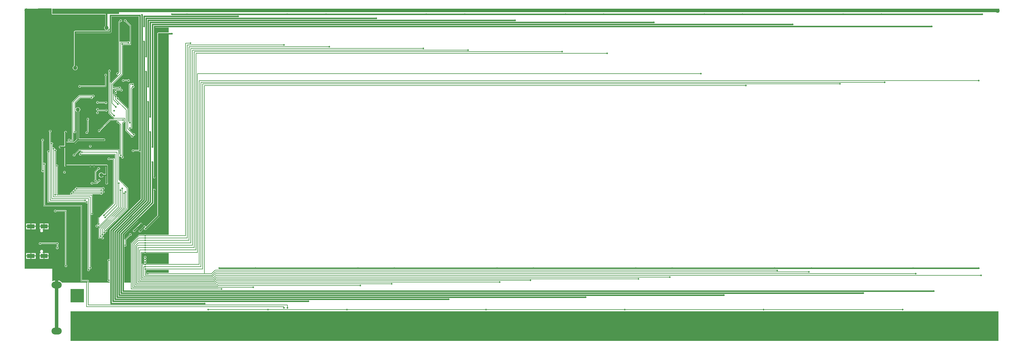
<source format=gbl>
G04*
G04 #@! TF.GenerationSoftware,Altium Limited,Altium Designer,18.1.7 (191)*
G04*
G04 Layer_Physical_Order=2*
G04 Layer_Color=16711680*
%FSLAX44Y44*%
%MOMM*%
G71*
G01*
G75*
%ADD10C,0.2000*%
%ADD93C,0.4000*%
%ADD94C,0.5000*%
%ADD96C,1.0000*%
%ADD131R,4.0000X4.0000*%
%ADD132O,3.0000X2.0000*%
%ADD133R,2.0000X1.2000*%
%ADD134R,2.3000X1.2000*%
%ADD135C,0.5080*%
%ADD136C,0.4800*%
%ADD137C,1.2000*%
%ADD138C,1.2700*%
%ADD139R,19.5000X0.9000*%
%ADD140R,276.3000X1.1000*%
%ADD141R,270.7000X8.6000*%
G36*
X408918Y1178918D02*
Y1168507D01*
X408797Y1168327D01*
X408534Y1167000D01*
X408797Y1165673D01*
X408918Y1165493D01*
Y1164000D01*
X409235Y1163235D01*
X410000Y1162918D01*
X565431D01*
Y1130085D01*
X564007Y1128992D01*
X562886Y1127530D01*
X562180Y1125827D01*
X561940Y1124000D01*
X562180Y1122173D01*
X562886Y1120470D01*
X564007Y1119007D01*
X565470Y1117886D01*
X567173Y1117180D01*
X569000Y1116940D01*
X570827Y1117180D01*
X572530Y1117886D01*
X573992Y1119007D01*
X575114Y1120470D01*
X575671Y1121814D01*
X576941Y1121561D01*
Y1115059D01*
X477000D01*
X475830Y1114826D01*
X474837Y1114163D01*
X474174Y1113170D01*
X473941Y1112000D01*
Y1013310D01*
X473470Y1013114D01*
X472008Y1011992D01*
X470886Y1010530D01*
X470180Y1008827D01*
X469940Y1007000D01*
X470180Y1005173D01*
X470886Y1003470D01*
X472008Y1002008D01*
X473470Y1000885D01*
X475173Y1000180D01*
X477000Y999940D01*
X478827Y1000180D01*
X480530Y1000885D01*
X481992Y1002008D01*
X483115Y1003470D01*
X483820Y1005173D01*
X484060Y1007000D01*
X483820Y1008827D01*
X483115Y1010530D01*
X481992Y1011992D01*
X480530Y1013114D01*
X480059Y1013310D01*
Y1108941D01*
X580000D01*
X581171Y1109174D01*
X582163Y1109837D01*
X582826Y1110829D01*
X583059Y1112000D01*
Y1156941D01*
X662941D01*
X662941Y767039D01*
X648895D01*
X648552Y767552D01*
X647381Y768335D01*
X646000Y768609D01*
X644619Y768335D01*
X643448Y767552D01*
X642665Y766381D01*
X642391Y765000D01*
X642665Y763619D01*
X643448Y762448D01*
X644619Y761665D01*
X646000Y761391D01*
X647381Y761665D01*
X648552Y762448D01*
X648895Y762961D01*
X663105D01*
X663448Y762448D01*
X664619Y761665D01*
X666000Y761391D01*
X667381Y761665D01*
X667671Y761859D01*
X668941Y761180D01*
Y624267D01*
X578837Y534163D01*
X578174Y533171D01*
X577941Y532000D01*
X577941Y532000D01*
Y448651D01*
X576671Y447972D01*
X576327Y448203D01*
X575000Y448467D01*
X573673Y448203D01*
X572549Y447451D01*
X571797Y446327D01*
X571533Y445000D01*
X571797Y443673D01*
X572549Y442549D01*
X572961Y442273D01*
Y388727D01*
X572549Y388451D01*
X571797Y387327D01*
X571533Y386000D01*
X571797Y384673D01*
X572549Y383549D01*
X573673Y382797D01*
X575000Y382533D01*
X576327Y382797D01*
X576671Y383028D01*
X577941Y382349D01*
Y380000D01*
X517039D01*
Y385000D01*
X516884Y385780D01*
X516442Y386442D01*
X515780Y386884D01*
X515000Y387039D01*
X497039D01*
Y604000D01*
X496884Y604780D01*
X496442Y605442D01*
X495780Y605884D01*
X495000Y606039D01*
X389039D01*
Y723105D01*
X389552Y723448D01*
X390335Y724619D01*
X390609Y726000D01*
X390335Y727381D01*
X389552Y728552D01*
X388381Y729335D01*
X387000Y729609D01*
X385619Y729335D01*
X385309Y729128D01*
X384039Y729807D01*
Y793105D01*
X384552Y793448D01*
X385335Y794619D01*
X385609Y796000D01*
X385335Y797381D01*
X384552Y798552D01*
X383381Y799335D01*
X382000Y799609D01*
X380619Y799335D01*
X379448Y798552D01*
X378665Y797381D01*
X378391Y796000D01*
X378665Y794619D01*
X379448Y793448D01*
X379961Y793105D01*
Y708895D01*
X379448Y708552D01*
X378665Y707381D01*
X378391Y706000D01*
X378665Y704619D01*
X379448Y703448D01*
X380619Y702665D01*
X382000Y702391D01*
X383381Y702665D01*
X383691Y702872D01*
X384961Y702193D01*
Y604000D01*
X385116Y603220D01*
X385558Y602558D01*
X386220Y602116D01*
X387000Y601961D01*
X492961D01*
Y385000D01*
X493116Y384220D01*
X493558Y383558D01*
X494220Y383116D01*
X495000Y382961D01*
X512961D01*
Y380000D01*
X438435D01*
X436944Y381944D01*
X434324Y383954D01*
X431274Y385217D01*
X428000Y385648D01*
X424270D01*
Y373000D01*
X421730D01*
Y385648D01*
X418000D01*
X414726Y385217D01*
X411676Y383954D01*
X411139Y383542D01*
X410000Y384103D01*
X410000Y420000D01*
X330000Y420000D01*
Y1180000D01*
X407724Y1180185D01*
X408918Y1178918D01*
D02*
G37*
G36*
X750000Y1110059D02*
X720000D01*
X718829Y1109826D01*
X717837Y1109163D01*
X717174Y1108170D01*
X716941Y1107000D01*
X716941Y576267D01*
X683665Y542991D01*
X683648Y542991D01*
X682369Y543491D01*
X682203Y544327D01*
X681451Y545451D01*
X680327Y546203D01*
X679000Y546467D01*
X677673Y546203D01*
X676549Y545451D01*
X675797Y544327D01*
X675747Y544072D01*
X664928Y533253D01*
X664673Y533203D01*
X663549Y532451D01*
X662797Y531327D01*
X662533Y530000D01*
X662797Y528673D01*
X663549Y527549D01*
X664673Y526797D01*
X666000Y526533D01*
X667327Y526797D01*
X668451Y527549D01*
X669203Y528673D01*
X669253Y528927D01*
X677335Y537009D01*
X677352Y537009D01*
X678631Y536509D01*
X678797Y535673D01*
X679549Y534549D01*
X680673Y533797D01*
X682000Y533533D01*
X683327Y533797D01*
X684451Y534549D01*
X685203Y535673D01*
X685253Y535928D01*
X722163Y572837D01*
X722163Y572837D01*
X722826Y573829D01*
X723059Y575000D01*
X723059Y1103941D01*
X750000D01*
X750000Y519039D01*
X683727D01*
X683451Y519451D01*
X682327Y520203D01*
X681000Y520467D01*
X679673Y520203D01*
X678549Y519451D01*
X678273Y519039D01*
X663000D01*
X663000Y519039D01*
X662220Y518884D01*
X661558Y518442D01*
X661558Y518442D01*
X639558Y496442D01*
X639116Y495780D01*
X638961Y495000D01*
Y380000D01*
X620059D01*
Y485349D01*
X621329Y486028D01*
X621673Y485797D01*
X623000Y485533D01*
X624327Y485797D01*
X625451Y486549D01*
X626203Y487673D01*
X626467Y489000D01*
X626203Y490327D01*
X625451Y491451D01*
X625039Y491727D01*
Y504155D01*
X637395Y516511D01*
X638000Y516391D01*
X639381Y516665D01*
X640552Y517448D01*
X641335Y518619D01*
X641609Y520000D01*
X641335Y521381D01*
X640552Y522552D01*
X639381Y523335D01*
X638000Y523609D01*
X636619Y523335D01*
X635448Y522552D01*
X634665Y521381D01*
X634391Y520000D01*
X634511Y519395D01*
X621558Y506442D01*
X621329Y506099D01*
X620059Y506479D01*
Y518733D01*
X710163Y608837D01*
X710163Y608837D01*
X710826Y609830D01*
X711059Y611000D01*
X711059Y611000D01*
Y648458D01*
X711203Y648673D01*
X711467Y650000D01*
X711203Y651327D01*
X710451Y652451D01*
X709327Y653203D01*
X708000Y653467D01*
X706673Y653203D01*
X706329Y652972D01*
X705059Y653651D01*
X705059Y684349D01*
X706329Y685027D01*
X706673Y684797D01*
X708000Y684533D01*
X709327Y684797D01*
X710451Y685549D01*
X711203Y686673D01*
X711467Y688000D01*
X711203Y689327D01*
X711059Y689542D01*
Y1124941D01*
X750000D01*
Y1110059D01*
D02*
G37*
G36*
X750000Y435039D02*
X683727D01*
X683451Y435451D01*
X683021Y435739D01*
Y437261D01*
X683451Y437549D01*
X684203Y438673D01*
X684467Y440000D01*
X684203Y441327D01*
X683451Y442451D01*
X683021Y442739D01*
Y444261D01*
X683451Y444549D01*
X684203Y445673D01*
X684467Y447000D01*
X684203Y448327D01*
X683451Y449451D01*
X683021Y449739D01*
Y451261D01*
X683451Y451549D01*
X684203Y452673D01*
X684467Y454000D01*
X684203Y455327D01*
X683451Y456451D01*
X682327Y457203D01*
X681000Y457467D01*
X679673Y457203D01*
X678549Y456451D01*
X677797Y455327D01*
X677533Y454000D01*
X677797Y452673D01*
X678549Y451549D01*
X678979Y451261D01*
Y449739D01*
X678549Y449451D01*
X677797Y448327D01*
X677533Y447000D01*
X677797Y445673D01*
X678549Y444549D01*
X678979Y444261D01*
Y442739D01*
X678549Y442451D01*
X677797Y441327D01*
X677533Y440000D01*
X677797Y438673D01*
X678549Y437549D01*
X678979Y437261D01*
Y436017D01*
X677999Y435039D01*
X673000D01*
X672309Y434902D01*
X672181Y434908D01*
X671039Y435623D01*
Y465961D01*
X678273D01*
X678549Y465549D01*
X679673Y464797D01*
X681000Y464533D01*
X682327Y464797D01*
X683451Y465549D01*
X683727Y465961D01*
X750000D01*
Y435039D01*
D02*
G37*
G36*
Y408039D02*
X691727D01*
X691451Y408451D01*
X690327Y409203D01*
X689000Y409467D01*
X687673Y409203D01*
X686549Y408451D01*
X685797Y407327D01*
X685533Y406000D01*
X685797Y404673D01*
X686041Y404309D01*
X685362Y403039D01*
X684039D01*
Y416273D01*
X684451Y416549D01*
X684727Y416961D01*
X750000D01*
Y408039D01*
D02*
G37*
%LPC*%
G36*
X610000Y1148609D02*
X608619Y1148335D01*
X607448Y1147552D01*
X606665Y1146381D01*
X606391Y1145000D01*
X606511Y1144395D01*
X603558Y1141442D01*
X603116Y1140780D01*
X602961Y1140000D01*
X603060Y1139500D01*
X602961Y1139000D01*
Y994845D01*
X601605Y993489D01*
X601000Y993609D01*
X599619Y993335D01*
X598448Y992552D01*
X597665Y991381D01*
X597391Y990000D01*
X597665Y988619D01*
X598448Y987448D01*
X599619Y986665D01*
X600759Y986439D01*
X601141Y985730D01*
X601265Y985148D01*
X580309Y964193D01*
X579039Y964719D01*
Y995105D01*
X579552Y995448D01*
X580335Y996619D01*
X580609Y998000D01*
X580335Y999381D01*
X579552Y1000552D01*
X578381Y1001335D01*
X577000Y1001609D01*
X575619Y1001335D01*
X574448Y1000552D01*
X573665Y999381D01*
X573391Y998000D01*
X573665Y996619D01*
X574448Y995448D01*
X574961Y995105D01*
Y874000D01*
X575116Y873220D01*
X575558Y872558D01*
X589558Y858558D01*
X589558Y858558D01*
X589930Y858309D01*
X589619Y857039D01*
X579000D01*
X579000Y857039D01*
X578220Y856884D01*
X577558Y856442D01*
X577558Y856442D01*
X547605Y826489D01*
X547000Y826609D01*
X545619Y826335D01*
X544448Y825552D01*
X543665Y824381D01*
X543391Y823000D01*
X543665Y821619D01*
X544448Y820448D01*
X545619Y819665D01*
X547000Y819391D01*
X548381Y819665D01*
X549552Y820448D01*
X550335Y821619D01*
X550609Y823000D01*
X550489Y823605D01*
X579845Y852961D01*
X599270D01*
X599655Y851691D01*
X599448Y851552D01*
X598665Y850381D01*
X598391Y849000D01*
X598665Y847619D01*
X599448Y846448D01*
X600379Y845825D01*
X600558Y845558D01*
X601220Y845116D01*
X602000Y844961D01*
X602780Y845116D01*
X602912Y845204D01*
X607961Y840155D01*
Y754328D01*
X607309Y753825D01*
X606039Y754403D01*
Y767000D01*
X605884Y767780D01*
X605442Y768442D01*
X604780Y768884D01*
X604000Y769039D01*
X489000D01*
X489000Y769039D01*
X488220Y768884D01*
X487558Y768442D01*
X487558Y768442D01*
X474605Y755489D01*
X474000Y755609D01*
X472619Y755335D01*
X471448Y754552D01*
X470665Y753381D01*
X470391Y752000D01*
X470665Y750619D01*
X471448Y749448D01*
X472619Y748665D01*
X474000Y748391D01*
X475381Y748665D01*
X476552Y749448D01*
X477335Y750619D01*
X477609Y752000D01*
X477489Y752605D01*
X489845Y764961D01*
X494270D01*
X494655Y763691D01*
X494448Y763552D01*
X493665Y762381D01*
X493391Y761000D01*
X493665Y759619D01*
X493741Y759505D01*
X492937Y758423D01*
X492000Y758609D01*
X490619Y758335D01*
X489448Y757552D01*
X488665Y756381D01*
X488391Y755000D01*
X488665Y753619D01*
X489448Y752448D01*
X490619Y751665D01*
X492000Y751391D01*
X493381Y751665D01*
X494552Y752448D01*
X494895Y752961D01*
X591961D01*
Y742381D01*
X590691Y742069D01*
X590442Y742442D01*
X589780Y742884D01*
X589000Y743039D01*
X577895D01*
X577552Y743552D01*
X576381Y744335D01*
X575000Y744609D01*
X573619Y744335D01*
X572448Y743552D01*
X571665Y742381D01*
X571391Y741000D01*
X571665Y739619D01*
X572448Y738448D01*
X573619Y737665D01*
X575000Y737391D01*
X576381Y737665D01*
X577552Y738448D01*
X577895Y738961D01*
X586961D01*
Y612845D01*
X544558Y570442D01*
X544116Y569780D01*
X543961Y569000D01*
Y553727D01*
X543549Y553451D01*
X542797Y552327D01*
X542533Y551000D01*
X542797Y549673D01*
X543182Y549098D01*
X543191Y548824D01*
X542699Y547706D01*
X542384Y547664D01*
X541381Y548335D01*
X540000Y548609D01*
X538619Y548335D01*
X537448Y547552D01*
X536665Y546381D01*
X536391Y545000D01*
X536665Y543619D01*
X537448Y542448D01*
X538619Y541665D01*
X540000Y541391D01*
X541381Y541665D01*
X542552Y542448D01*
X542895Y542961D01*
X547281D01*
X547807Y541691D01*
X545558Y539442D01*
X545116Y538780D01*
X544961Y538000D01*
Y510000D01*
X545116Y509220D01*
X545558Y508558D01*
X546220Y508116D01*
X547000Y507961D01*
X554105D01*
X554448Y507448D01*
X555619Y506665D01*
X557000Y506391D01*
X558381Y506665D01*
X559552Y507448D01*
X560335Y508619D01*
X560609Y510000D01*
X560335Y511381D01*
X559552Y512552D01*
X558381Y513335D01*
X557000Y513609D01*
X556612Y513532D01*
X555532Y514612D01*
X555609Y515000D01*
X555532Y515388D01*
X556612Y516468D01*
X557000Y516391D01*
X558381Y516665D01*
X559552Y517448D01*
X560335Y518619D01*
X560609Y520000D01*
X560335Y521381D01*
X560259Y521495D01*
X561063Y522577D01*
X562000Y522391D01*
X563381Y522665D01*
X564552Y523448D01*
X565335Y524619D01*
X565609Y526000D01*
X565503Y526536D01*
X566583Y527616D01*
X567000Y527533D01*
X568327Y527797D01*
X569451Y528549D01*
X570203Y529673D01*
X570467Y531000D01*
X570203Y532327D01*
X569451Y533451D01*
X569441Y533557D01*
X630442Y594558D01*
X630442Y594558D01*
X630884Y595220D01*
X631039Y596000D01*
X631039Y596000D01*
Y656000D01*
X631039Y656000D01*
X630884Y656780D01*
X630442Y657442D01*
X630442Y657442D01*
X606039Y681845D01*
Y748270D01*
X607309Y748655D01*
X607448Y748448D01*
X608619Y747665D01*
X610000Y747391D01*
X610388Y747468D01*
X611468Y746388D01*
X611391Y746000D01*
X611665Y744619D01*
X612448Y743448D01*
X613619Y742665D01*
X615000Y742391D01*
X616381Y742665D01*
X617552Y743448D01*
X618335Y744619D01*
X618609Y746000D01*
X618335Y747381D01*
X617552Y748552D01*
X617039Y748895D01*
Y844155D01*
X622691Y849807D01*
X623961Y849281D01*
Y824000D01*
X624116Y823220D01*
X624558Y822558D01*
X639511Y807605D01*
X639391Y807000D01*
X639665Y805619D01*
X640448Y804448D01*
X641619Y803665D01*
X643000Y803391D01*
X644381Y803665D01*
X645552Y804448D01*
X646335Y805619D01*
X646609Y807000D01*
X646532Y807388D01*
X647612Y808468D01*
X648000Y808391D01*
X649381Y808665D01*
X650552Y809448D01*
X651335Y810619D01*
X651609Y812000D01*
X651335Y813381D01*
X650552Y814552D01*
X649381Y815335D01*
X648000Y815609D01*
X646619Y815335D01*
X646577Y815307D01*
X635736Y826148D01*
X635859Y826730D01*
X636241Y827439D01*
X637381Y827665D01*
X638552Y828448D01*
X638895Y828961D01*
X641000D01*
X641780Y829116D01*
X642442Y829558D01*
X642884Y830220D01*
X643039Y831000D01*
Y946155D01*
X645395Y948511D01*
X646000Y948391D01*
X647381Y948665D01*
X648552Y949448D01*
X649335Y950619D01*
X649609Y952000D01*
X649335Y953381D01*
X648552Y954552D01*
X647777Y955070D01*
X647578Y956289D01*
X647637Y956575D01*
X648335Y957619D01*
X648609Y959000D01*
X648335Y960381D01*
X647552Y961552D01*
X646381Y962335D01*
X645000Y962609D01*
X643619Y962335D01*
X642448Y961552D01*
X642105Y961039D01*
X636000D01*
X635220Y960884D01*
X634558Y960442D01*
X634116Y959780D01*
X633961Y959000D01*
Y850328D01*
X633309Y849825D01*
X632039Y850403D01*
Y888000D01*
X632039Y888000D01*
X631884Y888780D01*
X631442Y889442D01*
X604489Y916395D01*
X604609Y917000D01*
X604335Y918381D01*
X603552Y919552D01*
X602381Y920335D01*
X601000Y920609D01*
X599619Y920335D01*
X599267Y920100D01*
X599255Y920095D01*
X597837Y920671D01*
X597804Y920825D01*
X598335Y921619D01*
X598609Y923000D01*
X598335Y924381D01*
X597552Y925552D01*
X596381Y926335D01*
X595000Y926609D01*
X593619Y926335D01*
X592448Y925552D01*
X592309Y925345D01*
X591039Y925730D01*
Y927155D01*
X594395Y930511D01*
X595000Y930391D01*
X596381Y930665D01*
X597552Y931448D01*
X598335Y932619D01*
X598609Y934000D01*
X598335Y935381D01*
X597552Y936552D01*
X596381Y937335D01*
X596291Y937353D01*
Y938647D01*
X596381Y938665D01*
X597552Y939448D01*
X597895Y939961D01*
X609105D01*
X609448Y939448D01*
X610619Y938665D01*
X612000Y938391D01*
X613381Y938665D01*
X614552Y939448D01*
X615335Y940619D01*
X615609Y942000D01*
X615335Y943381D01*
X614552Y944552D01*
X613381Y945335D01*
X612000Y945609D01*
X610619Y945335D01*
X609448Y944552D01*
X609105Y944039D01*
X597895D01*
X597552Y944552D01*
X596381Y945335D01*
X595000Y945609D01*
X593619Y945335D01*
X592448Y944552D01*
X591665Y943381D01*
X591391Y942000D01*
X591665Y940619D01*
X592448Y939448D01*
X593619Y938665D01*
X593709Y938647D01*
Y937353D01*
X593619Y937335D01*
X592448Y936552D01*
X591665Y935381D01*
X591391Y934000D01*
X591511Y933395D01*
X588309Y930193D01*
X587039Y930719D01*
Y945193D01*
X588309Y945872D01*
X588619Y945665D01*
X590000Y945391D01*
X591381Y945665D01*
X592552Y946448D01*
X592895Y946961D01*
X604105D01*
X604448Y946448D01*
X605619Y945665D01*
X607000Y945391D01*
X608381Y945665D01*
X609552Y946448D01*
X610335Y947619D01*
X610609Y949000D01*
X610335Y950381D01*
X609552Y951552D01*
X608381Y952335D01*
X607000Y952609D01*
X605619Y952335D01*
X604448Y951552D01*
X604105Y951039D01*
X592895D01*
X592552Y951552D01*
X591381Y952335D01*
X590000Y952609D01*
X588619Y952335D01*
X588309Y952128D01*
X587039Y952807D01*
Y958155D01*
X615442Y986558D01*
X615884Y987220D01*
X616039Y988000D01*
X616039Y988000D01*
Y1073105D01*
X616552Y1073448D01*
X616895Y1073961D01*
X638000D01*
X638780Y1074116D01*
X639442Y1074558D01*
X639884Y1075220D01*
X640039Y1076000D01*
Y1130000D01*
X639884Y1130780D01*
X639442Y1131442D01*
X639442Y1131442D01*
X626489Y1144395D01*
X626609Y1145000D01*
X626335Y1146381D01*
X625552Y1147552D01*
X624381Y1148335D01*
X623000Y1148609D01*
X621619Y1148335D01*
X620448Y1147552D01*
X619665Y1146381D01*
X619391Y1145000D01*
X619665Y1143619D01*
X620448Y1142448D01*
X621619Y1141665D01*
X623000Y1141391D01*
X623605Y1141511D01*
X635961Y1129155D01*
Y1083730D01*
X634691Y1083345D01*
X634552Y1083552D01*
X633381Y1084335D01*
X632000Y1084609D01*
X630619Y1084335D01*
X629448Y1083552D01*
X629105Y1083039D01*
X609000D01*
X608309Y1082902D01*
X608181Y1082908D01*
X607039Y1083623D01*
Y1139000D01*
X607013Y1139130D01*
X609395Y1141511D01*
X610000Y1141391D01*
X611381Y1141665D01*
X612552Y1142448D01*
X613335Y1143619D01*
X613609Y1145000D01*
X613335Y1146381D01*
X612552Y1147552D01*
X611381Y1148335D01*
X610000Y1148609D01*
D02*
G37*
G36*
X633000Y973609D02*
X631619Y973335D01*
X630448Y972552D01*
X630105Y972039D01*
X619895D01*
X619552Y972552D01*
X618381Y973335D01*
X617000Y973609D01*
X615619Y973335D01*
X614448Y972552D01*
X613665Y971381D01*
X613391Y970000D01*
X613665Y968619D01*
X614448Y967448D01*
X615619Y966665D01*
X617000Y966391D01*
X618381Y966665D01*
X619552Y967448D01*
X619895Y967961D01*
X630105D01*
X630448Y967448D01*
X631619Y966665D01*
X633000Y966391D01*
X634381Y966665D01*
X635552Y967448D01*
X636335Y968619D01*
X636609Y970000D01*
X636335Y971381D01*
X635552Y972552D01*
X634381Y973335D01*
X633000Y973609D01*
D02*
G37*
G36*
X566000Y989609D02*
X564619Y989335D01*
X563448Y988552D01*
X562665Y987381D01*
X562391Y986000D01*
X562665Y984619D01*
X563448Y983448D01*
X563961Y983105D01*
Y955039D01*
X492895D01*
X492552Y955552D01*
X491381Y956335D01*
X490000Y956609D01*
X488619Y956335D01*
X487448Y955552D01*
X486665Y954381D01*
X486391Y953000D01*
X486665Y951619D01*
X487448Y950448D01*
X488619Y949665D01*
X490000Y949391D01*
X491381Y949665D01*
X492552Y950448D01*
X492895Y950961D01*
X565000D01*
X565780Y951116D01*
X566442Y951558D01*
X567442Y952558D01*
X567442Y952558D01*
X567884Y953220D01*
X568039Y954000D01*
Y983105D01*
X568552Y983448D01*
X569335Y984619D01*
X569609Y986000D01*
X569335Y987381D01*
X568552Y988552D01*
X567381Y989335D01*
X566000Y989609D01*
D02*
G37*
G36*
X530000Y928609D02*
X528619Y928335D01*
X527448Y927552D01*
X527105Y927039D01*
X489000D01*
X488220Y926884D01*
X487558Y926442D01*
X468558Y907442D01*
X468116Y906780D01*
X467961Y906000D01*
Y798039D01*
X461895D01*
X461552Y798552D01*
X460381Y799335D01*
X459000Y799609D01*
X457619Y799335D01*
X456448Y798552D01*
X455665Y797381D01*
X455391Y796000D01*
X455665Y794619D01*
X456448Y793448D01*
X457619Y792665D01*
X459000Y792391D01*
X460381Y792665D01*
X461552Y793448D01*
X461895Y793961D01*
X470000D01*
X470780Y794116D01*
X471442Y794558D01*
X471884Y795220D01*
X472039Y796000D01*
Y817270D01*
X473309Y817655D01*
X473448Y817448D01*
X474619Y816665D01*
X476000Y816391D01*
X477381Y816665D01*
X478552Y817448D01*
X479335Y818619D01*
X479609Y820000D01*
X479335Y821381D01*
X478552Y822552D01*
X478039Y822895D01*
Y880487D01*
X479309Y880918D01*
X480008Y880008D01*
X481470Y878885D01*
X481941Y878690D01*
Y799232D01*
X481837Y799163D01*
X481837Y799163D01*
X473733Y791059D01*
X452059D01*
Y817206D01*
X452335Y817619D01*
X452609Y819000D01*
X452335Y820381D01*
X451552Y821552D01*
X450381Y822335D01*
X449000Y822609D01*
X447619Y822335D01*
X446448Y821552D01*
X445665Y820381D01*
X445391Y819000D01*
X445665Y817619D01*
X445941Y817206D01*
Y788000D01*
X445941Y788000D01*
X445941Y788000D01*
Y779059D01*
X434794D01*
X434381Y779335D01*
X433000Y779609D01*
X431619Y779335D01*
X430448Y778552D01*
X429665Y777381D01*
X429391Y776000D01*
X429665Y774619D01*
X430448Y773448D01*
X431619Y772665D01*
X433000Y772391D01*
X434381Y772665D01*
X434794Y772941D01*
X445941D01*
Y721000D01*
X446174Y719829D01*
X446837Y718837D01*
X447830Y718174D01*
X449000Y717941D01*
X519206D01*
X519619Y717665D01*
X521000Y717391D01*
X522381Y717665D01*
X522794Y717941D01*
X530206D01*
X530619Y717665D01*
X532000Y717391D01*
X533381Y717665D01*
X533794Y717941D01*
X565941D01*
Y697059D01*
X559310D01*
X559114Y697530D01*
X557993Y698992D01*
X556530Y700115D01*
X554827Y700820D01*
X553000Y701060D01*
X551173Y700820D01*
X549470Y700115D01*
X548008Y698992D01*
X546885Y697530D01*
X546180Y695827D01*
X545940Y694000D01*
X546180Y692173D01*
X546885Y690470D01*
X548008Y689008D01*
X549470Y687886D01*
X551173Y687180D01*
X553000Y686940D01*
X554827Y687180D01*
X556530Y687886D01*
X557993Y689008D01*
X559114Y690470D01*
X559310Y690941D01*
X565941D01*
Y671794D01*
X565665Y671381D01*
X565391Y670000D01*
X565665Y668619D01*
X566448Y667448D01*
X567619Y666665D01*
X569000Y666391D01*
X570381Y666665D01*
X571552Y667448D01*
X572335Y668619D01*
X572609Y670000D01*
X572335Y671381D01*
X572059Y671794D01*
Y694000D01*
Y721000D01*
X571826Y722170D01*
X571163Y723163D01*
X570171Y723826D01*
X569000Y724059D01*
X533794D01*
X533381Y724335D01*
X532000Y724609D01*
X530619Y724335D01*
X530206Y724059D01*
X522794D01*
X522381Y724335D01*
X521000Y724609D01*
X519619Y724335D01*
X519206Y724059D01*
X452059D01*
Y784941D01*
X475000D01*
X475000Y784941D01*
X476171Y785174D01*
X477163Y785837D01*
X485267Y793941D01*
X559206D01*
X559619Y793665D01*
X561000Y793391D01*
X562381Y793665D01*
X563552Y794448D01*
X564335Y795619D01*
X564609Y797000D01*
X564335Y798381D01*
X563552Y799552D01*
X562381Y800335D01*
X561000Y800609D01*
X559619Y800335D01*
X559206Y800059D01*
X488059D01*
Y878690D01*
X488530Y878885D01*
X489992Y880008D01*
X491115Y881470D01*
X491820Y883173D01*
X492060Y885000D01*
X491820Y886827D01*
X491115Y888530D01*
X489992Y889993D01*
X488530Y891115D01*
X486827Y891820D01*
X485000Y892060D01*
X483173Y891820D01*
X481470Y891115D01*
X480008Y889993D01*
X479309Y889082D01*
X478039Y889513D01*
Y904155D01*
X491845Y917961D01*
X522105D01*
X522448Y917448D01*
X523619Y916665D01*
X525000Y916391D01*
X526381Y916665D01*
X527552Y917448D01*
X528335Y918619D01*
X528609Y920000D01*
X528532Y920388D01*
X529612Y921468D01*
X530000Y921391D01*
X531381Y921665D01*
X532552Y922448D01*
X533335Y923619D01*
X533609Y925000D01*
X533335Y926381D01*
X532552Y927552D01*
X531381Y928335D01*
X530000Y928609D01*
D02*
G37*
G36*
X542000Y909609D02*
X540619Y909335D01*
X539448Y908552D01*
X538665Y907381D01*
X538391Y906000D01*
X538665Y904619D01*
X539448Y903448D01*
X540619Y902665D01*
X542000Y902391D01*
X543381Y902665D01*
X544552Y903448D01*
X544895Y903961D01*
X563597D01*
X563665Y903619D01*
X564448Y902448D01*
X565619Y901665D01*
X567000Y901391D01*
X568381Y901665D01*
X569552Y902448D01*
X570335Y903619D01*
X570609Y905000D01*
X570335Y906381D01*
X569552Y907552D01*
X568381Y908335D01*
X567000Y908609D01*
X565619Y908335D01*
X565177Y908039D01*
X544895D01*
X544552Y908552D01*
X543381Y909335D01*
X542000Y909609D01*
D02*
G37*
G36*
Y889609D02*
X540619Y889335D01*
X539448Y888552D01*
X538665Y887381D01*
X538391Y886000D01*
X538665Y884619D01*
X539448Y883448D01*
X540619Y882665D01*
X542000Y882391D01*
X542605Y882511D01*
X543558Y881558D01*
X543558Y881558D01*
X544220Y881116D01*
X545000Y880961D01*
X545000Y880961D01*
X565105D01*
X565448Y880448D01*
X566619Y879665D01*
X568000Y879391D01*
X569381Y879665D01*
X570552Y880448D01*
X571335Y881619D01*
X571609Y883000D01*
X571335Y884381D01*
X570552Y885552D01*
X569381Y886335D01*
X568000Y886609D01*
X566619Y886335D01*
X565448Y885552D01*
X565105Y885039D01*
X546662D01*
X545609Y886000D01*
X545335Y887381D01*
X544552Y888552D01*
X543381Y889335D01*
X542000Y889609D01*
D02*
G37*
G36*
Y879609D02*
X540619Y879335D01*
X539448Y878552D01*
X538665Y877381D01*
X538391Y876000D01*
X538665Y874619D01*
X539448Y873448D01*
X540619Y872665D01*
X542000Y872391D01*
X543381Y872665D01*
X544552Y873448D01*
X545335Y874619D01*
X545609Y876000D01*
X545335Y877381D01*
X544552Y878552D01*
X543381Y879335D01*
X542000Y879609D01*
D02*
G37*
G36*
X514000Y860609D02*
X512619Y860335D01*
X511448Y859552D01*
X510665Y858381D01*
X510391Y857000D01*
X510665Y855619D01*
X511448Y854448D01*
X511961Y854105D01*
Y822663D01*
X511000Y821609D01*
X509619Y821335D01*
X508448Y820552D01*
X507665Y819381D01*
X507391Y818000D01*
X507665Y816619D01*
X508448Y815448D01*
X509619Y814665D01*
X511000Y814391D01*
X512381Y814665D01*
X513552Y815448D01*
X514335Y816619D01*
X514609Y818000D01*
X514489Y818605D01*
X515442Y819558D01*
X515884Y820220D01*
X516039Y821000D01*
Y854105D01*
X516552Y854448D01*
X517335Y855619D01*
X517609Y857000D01*
X517335Y858381D01*
X516552Y859552D01*
X515381Y860335D01*
X514000Y860609D01*
D02*
G37*
G36*
X521000Y781609D02*
X519619Y781335D01*
X518448Y780552D01*
X517665Y779381D01*
X517391Y778000D01*
X517665Y776619D01*
X518448Y775448D01*
X519619Y774665D01*
X521000Y774391D01*
X522381Y774665D01*
X523552Y775448D01*
X524335Y776619D01*
X524609Y778000D01*
X524335Y779381D01*
X523552Y780552D01*
X522381Y781335D01*
X521000Y781609D01*
D02*
G37*
G36*
X404000Y825609D02*
X402619Y825335D01*
X401448Y824552D01*
X400665Y823381D01*
X400391Y822000D01*
X400665Y820619D01*
X401448Y819448D01*
X401961Y819105D01*
Y765807D01*
X400691Y765128D01*
X400381Y765335D01*
X399000Y765609D01*
X397619Y765335D01*
X396448Y764552D01*
X395665Y763381D01*
X395391Y762000D01*
X395665Y760619D01*
X396448Y759448D01*
X396961Y759105D01*
Y615000D01*
X397116Y614220D01*
X397558Y613558D01*
X398220Y613116D01*
X399000Y612961D01*
X508105D01*
X508448Y612448D01*
X509619Y611665D01*
X511000Y611391D01*
X512381Y611665D01*
X512691Y611872D01*
X513961Y611193D01*
Y419895D01*
X513448Y419552D01*
X512665Y418381D01*
X512391Y417000D01*
X512665Y415619D01*
X513448Y414448D01*
X514619Y413665D01*
X516000Y413391D01*
X517381Y413665D01*
X518552Y414448D01*
X519335Y415619D01*
X519609Y417000D01*
X519335Y418381D01*
X519259Y418495D01*
X520063Y419577D01*
X521000Y419391D01*
X522381Y419665D01*
X523552Y420448D01*
X524335Y421619D01*
X524609Y423000D01*
X524335Y424381D01*
X523552Y425552D01*
X523039Y425895D01*
Y577362D01*
X524309Y578041D01*
X524673Y577797D01*
X526000Y577533D01*
X527327Y577797D01*
X528451Y578549D01*
X529203Y579673D01*
X529467Y581000D01*
X529203Y582327D01*
X528451Y583451D01*
X528039Y583727D01*
Y635000D01*
X527884Y635780D01*
X527442Y636442D01*
X527070Y636691D01*
X527381Y637961D01*
X550105D01*
X550448Y637448D01*
X551619Y636665D01*
X553000Y636391D01*
X554381Y636665D01*
X555552Y637448D01*
X556335Y638619D01*
X556609Y640000D01*
X556423Y640937D01*
X557505Y641741D01*
X557619Y641665D01*
X559000Y641391D01*
X560381Y641665D01*
X561552Y642448D01*
X562335Y643619D01*
X562609Y645000D01*
X562335Y646381D01*
X561552Y647552D01*
X560381Y648335D01*
X559000Y648609D01*
X557619Y648335D01*
X557505Y648259D01*
X556423Y649063D01*
X556609Y650000D01*
X556423Y650937D01*
X557505Y651741D01*
X557619Y651665D01*
X559000Y651391D01*
X560381Y651665D01*
X561552Y652448D01*
X562335Y653619D01*
X562609Y655000D01*
X562335Y656381D01*
X561552Y657552D01*
X560381Y658335D01*
X559000Y658609D01*
X557619Y658335D01*
X556448Y657552D01*
X556105Y657039D01*
X483895D01*
X483552Y657552D01*
X482381Y658335D01*
X481000Y658609D01*
X479619Y658335D01*
X478448Y657552D01*
X477665Y656381D01*
X477391Y655000D01*
X477468Y654612D01*
X476388Y653532D01*
X476000Y653609D01*
X474619Y653335D01*
X473448Y652552D01*
X472665Y651381D01*
X472391Y650000D01*
X472468Y649612D01*
X471388Y648532D01*
X471000Y648609D01*
X469619Y648335D01*
X468448Y647552D01*
X467665Y646381D01*
X467391Y645000D01*
X467468Y644612D01*
X466388Y643532D01*
X466000Y643609D01*
X464619Y643335D01*
X463448Y642552D01*
X462665Y641381D01*
X462391Y640000D01*
X462665Y638619D01*
X462872Y638309D01*
X462193Y637039D01*
X426039D01*
Y718105D01*
X426552Y718448D01*
X427335Y719619D01*
X427609Y721000D01*
X427335Y722381D01*
X426552Y723552D01*
X425381Y724335D01*
X424000Y724609D01*
X422619Y724335D01*
X422309Y724128D01*
X421039Y724807D01*
Y763105D01*
X421552Y763448D01*
X422335Y764619D01*
X422609Y766000D01*
X422335Y767381D01*
X421552Y768552D01*
X420381Y769335D01*
X419000Y769609D01*
X418612Y769532D01*
X417532Y770612D01*
X417609Y771000D01*
X417335Y772381D01*
X416552Y773552D01*
X415381Y774335D01*
X414000Y774609D01*
X412619Y774335D01*
X412309Y774128D01*
X411039Y774807D01*
Y783105D01*
X411552Y783448D01*
X412335Y784619D01*
X412609Y786000D01*
X412335Y787381D01*
X411552Y788552D01*
X410381Y789335D01*
X409000Y789609D01*
X407619Y789335D01*
X407309Y789128D01*
X406039Y789807D01*
Y819105D01*
X406552Y819448D01*
X407335Y820619D01*
X407609Y822000D01*
X407335Y823381D01*
X406552Y824552D01*
X405381Y825335D01*
X404000Y825609D01*
D02*
G37*
G36*
X546000Y716609D02*
X544619Y716335D01*
X543448Y715552D01*
X542665Y714381D01*
X542459Y713343D01*
X534558Y705442D01*
X534116Y704780D01*
X533961Y704000D01*
Y680895D01*
X533448Y680552D01*
X532665Y679381D01*
X532391Y678000D01*
X532665Y676619D01*
X533448Y675448D01*
X534619Y674665D01*
X536000Y674391D01*
X537381Y674665D01*
X538552Y675448D01*
X539335Y676619D01*
X539609Y678000D01*
X539335Y679381D01*
X538552Y680552D01*
X538039Y680895D01*
Y703155D01*
X544577Y709693D01*
X544619Y709665D01*
X546000Y709391D01*
X547381Y709665D01*
X548552Y710448D01*
X549335Y711619D01*
X549609Y713000D01*
X549335Y714381D01*
X548552Y715552D01*
X547381Y716335D01*
X546000Y716609D01*
D02*
G37*
G36*
X446000Y705609D02*
X444619Y705335D01*
X443448Y704552D01*
X442665Y703381D01*
X442391Y702000D01*
X442665Y700619D01*
X443448Y699448D01*
X444619Y698665D01*
X446000Y698391D01*
X447381Y698665D01*
X448552Y699448D01*
X449335Y700619D01*
X449609Y702000D01*
X449335Y703381D01*
X448552Y704552D01*
X447381Y705335D01*
X446000Y705609D01*
D02*
G37*
G36*
X547000Y681609D02*
X545619Y681335D01*
X544448Y680552D01*
X543665Y679381D01*
X543391Y678000D01*
X543511Y677395D01*
X538155Y672039D01*
X528895D01*
X528552Y672552D01*
X527381Y673335D01*
X526000Y673609D01*
X524619Y673335D01*
X523448Y672552D01*
X522665Y671381D01*
X522391Y670000D01*
X522665Y668619D01*
X523448Y667448D01*
X524619Y666665D01*
X526000Y666391D01*
X527381Y666665D01*
X528552Y667448D01*
X528895Y667961D01*
X539000D01*
X539780Y668116D01*
X540442Y668558D01*
X546395Y674511D01*
X547000Y674391D01*
X548381Y674665D01*
X549552Y675448D01*
X550335Y676619D01*
X550609Y678000D01*
X550335Y679381D01*
X549552Y680552D01*
X548381Y681335D01*
X547000Y681609D01*
D02*
G37*
G36*
X398900Y552740D02*
X387630D01*
Y545470D01*
X398900D01*
Y552740D01*
D02*
G37*
G36*
X385090D02*
X373820D01*
Y545470D01*
X385090D01*
Y552740D01*
D02*
G37*
G36*
X361800D02*
X349030D01*
Y545470D01*
X361800D01*
Y552740D01*
D02*
G37*
G36*
X346490D02*
X333720D01*
Y545470D01*
X346490D01*
Y552740D01*
D02*
G37*
G36*
X398900Y542930D02*
X387630D01*
Y535660D01*
X398900D01*
Y542930D01*
D02*
G37*
G36*
X361800D02*
X349030D01*
Y535660D01*
X361800D01*
Y542930D01*
D02*
G37*
G36*
X346490D02*
X333720D01*
Y535660D01*
X346490D01*
Y542930D01*
D02*
G37*
G36*
X385090D02*
X373820D01*
Y535660D01*
X376229D01*
X376614Y534390D01*
X376126Y534064D01*
X375187Y532658D01*
X374857Y531000D01*
X375187Y529342D01*
X376126Y527936D01*
X377532Y526997D01*
X379190Y526667D01*
X380849Y526997D01*
X382254Y527936D01*
X383194Y529342D01*
X383524Y531000D01*
X383194Y532658D01*
X382254Y534064D01*
X381767Y534390D01*
X382152Y535660D01*
X385090D01*
Y542930D01*
D02*
G37*
G36*
X425000Y497609D02*
X423619Y497335D01*
X422448Y496552D01*
X422105Y496039D01*
X377895D01*
X377552Y496552D01*
X376381Y497335D01*
X375000Y497609D01*
X373619Y497335D01*
X372448Y496552D01*
X371665Y495381D01*
X371391Y494000D01*
X371665Y492619D01*
X372448Y491448D01*
X373619Y490665D01*
X375000Y490391D01*
X376381Y490665D01*
X377552Y491448D01*
X377895Y491961D01*
X422105D01*
X422448Y491448D01*
X422961Y491105D01*
Y483895D01*
X422448Y483552D01*
X421665Y482381D01*
X421391Y481000D01*
X421665Y479619D01*
X422448Y478448D01*
X423619Y477665D01*
X425000Y477391D01*
X426381Y477665D01*
X427552Y478448D01*
X428335Y479619D01*
X428609Y481000D01*
X428335Y482381D01*
X427552Y483552D01*
X427039Y483895D01*
Y491105D01*
X427552Y491448D01*
X428335Y492619D01*
X428609Y494000D01*
X428335Y495381D01*
X427552Y496552D01*
X426381Y497335D01*
X425000Y497609D01*
D02*
G37*
G36*
X398900Y466240D02*
X387630D01*
Y458970D01*
X398900D01*
Y466240D01*
D02*
G37*
G36*
X379190Y475333D02*
X377532Y475004D01*
X376126Y474064D01*
X375187Y472658D01*
X374857Y471000D01*
X375187Y469342D01*
X376126Y467936D01*
X376764Y467510D01*
X376379Y466240D01*
X373820D01*
Y458970D01*
X385090D01*
Y466240D01*
X382002D01*
X381617Y467510D01*
X382254Y467936D01*
X383194Y469342D01*
X383524Y471000D01*
X383194Y472658D01*
X382254Y474064D01*
X380849Y475004D01*
X379190Y475333D01*
D02*
G37*
G36*
X361800Y466240D02*
X349030D01*
Y458970D01*
X361800D01*
Y466240D01*
D02*
G37*
G36*
X346490D02*
X333720D01*
Y458970D01*
X346490D01*
Y466240D01*
D02*
G37*
G36*
X398900Y456430D02*
X387630D01*
Y449160D01*
X398900D01*
Y456430D01*
D02*
G37*
G36*
X385090D02*
X373820D01*
Y449160D01*
X385090D01*
Y456430D01*
D02*
G37*
G36*
X361800D02*
X349030D01*
Y449160D01*
X361800D01*
Y456430D01*
D02*
G37*
G36*
X346490D02*
X333720D01*
Y449160D01*
X346490D01*
Y456430D01*
D02*
G37*
G36*
X419000Y592609D02*
X417619Y592335D01*
X416448Y591552D01*
X415665Y590381D01*
X415391Y589000D01*
X415665Y587619D01*
X416448Y586448D01*
X417619Y585665D01*
X419000Y585391D01*
X420381Y585665D01*
X421552Y586448D01*
X421895Y586961D01*
X447961D01*
Y431895D01*
X447448Y431552D01*
X446665Y430381D01*
X446391Y429000D01*
X446665Y427619D01*
X447448Y426448D01*
X448619Y425665D01*
X450000Y425391D01*
X451381Y425665D01*
X452552Y426448D01*
X453335Y427619D01*
X453609Y429000D01*
X453335Y430381D01*
X452552Y431552D01*
X452039Y431895D01*
Y589000D01*
X451884Y589780D01*
X451442Y590442D01*
X450780Y590884D01*
X450000Y591039D01*
X421895D01*
X421552Y591552D01*
X420381Y592335D01*
X419000Y592609D01*
D02*
G37*
G36*
X669000Y554467D02*
X667673Y554203D01*
X666549Y553451D01*
X665797Y552327D01*
X665747Y552072D01*
X647927Y534253D01*
X647673Y534203D01*
X646549Y533451D01*
X645797Y532327D01*
X645533Y531000D01*
X645797Y529673D01*
X646549Y528549D01*
X647673Y527797D01*
X649000Y527533D01*
X650327Y527797D01*
X651451Y528549D01*
X652203Y529673D01*
X652253Y529927D01*
X670072Y547747D01*
X670327Y547797D01*
X671451Y548549D01*
X672203Y549673D01*
X672467Y551000D01*
X672203Y552327D01*
X671451Y553451D01*
X670327Y554203D01*
X669000Y554467D01*
D02*
G37*
%LPD*%
D10*
X647000Y812000D02*
X648000D01*
X630000Y829000D02*
X647000Y812000D01*
X643000Y807000D02*
X643000D01*
X626000Y824000D02*
X643000Y807000D01*
X637000Y832000D02*
X638000Y831000D01*
X641000D02*
Y947000D01*
X638000Y831000D02*
X641000D01*
X636000Y847000D02*
Y959000D01*
X641000Y947000D02*
X646000Y952000D01*
X636000Y959000D02*
X645000D01*
X601000Y917000D02*
X630000Y888000D01*
Y829000D02*
Y888000D01*
X595000Y915000D02*
X626000Y884000D01*
Y824000D02*
Y884000D01*
X2118000Y391000D02*
X2120000D01*
X2118000Y391000D02*
X2118000Y391000D01*
X660000Y489000D02*
X819000D01*
X809000Y1069000D02*
X1218000D01*
X809000D02*
X809000D01*
X1218000D02*
Y1069000D01*
X1713000Y381000D02*
X1715000D01*
X1713000Y381000D02*
X1713000Y381000D01*
X890000Y386000D02*
X1805000Y386000D01*
X885000Y381000D02*
X890000Y386000D01*
X885000Y416000D02*
X2524000D01*
X382000Y706000D02*
Y796000D01*
X510000Y309000D02*
X1086000Y309000D01*
X423000Y382000D02*
X423000D01*
X480000Y390000D02*
Y400000D01*
X481000Y381000D02*
X510000D01*
X474000Y400000D02*
X480000D01*
X515000Y314000D02*
Y385000D01*
X495000D02*
X515000D01*
X495000D02*
Y604000D01*
X510000Y309000D02*
Y381000D01*
X623500Y1144500D02*
X624000Y1145000D01*
X614000Y988000D02*
Y1075000D01*
X585000Y959000D02*
X614000Y988000D01*
X585000Y904000D02*
Y959000D01*
X609000Y990000D02*
Y1081000D01*
X581000Y962000D02*
X609000Y990000D01*
X581000Y877000D02*
Y962000D01*
X638000Y1076000D02*
Y1130000D01*
X623500Y1144500D02*
X638000Y1130000D01*
X623000Y1145000D02*
X624000D01*
X591000Y860000D02*
X622000D01*
X577000Y874000D02*
X591000Y860000D01*
X577000Y874000D02*
Y998000D01*
X590000Y868000D02*
Y868000D01*
X581000Y877000D02*
X590000Y868000D01*
X646000Y765000D02*
X666000D01*
X399000Y615000D02*
Y762000D01*
X609000Y751000D02*
X610000Y752000D01*
X602000Y847000D02*
X603000Y848000D01*
X610000Y841000D01*
Y752000D02*
Y841000D01*
X450000Y431000D02*
Y589000D01*
X575000Y386000D02*
Y445000D01*
X489000Y925000D02*
X530000D01*
X470000Y906000D02*
X489000Y925000D01*
X470000Y796000D02*
Y906000D01*
X459000Y796000D02*
X470000D01*
X491000Y920000D02*
X525000D01*
X476000Y905000D02*
X491000Y920000D01*
X542000Y886000D02*
X545000Y883000D01*
X568000D01*
X566000Y906000D02*
X567000Y905000D01*
X542000Y906000D02*
X566000D01*
X579000Y855000D02*
X617000D01*
X547000Y823000D02*
X579000Y855000D01*
X547000Y823000D02*
X547000D01*
X622000Y852000D02*
Y860000D01*
X615000Y845000D02*
X622000Y852000D01*
X615000Y746000D02*
Y845000D01*
X566000Y954000D02*
X566000D01*
Y986000D01*
X565000Y953000D02*
X566000Y954000D01*
X490000Y953000D02*
X565000D01*
X601000Y917000D02*
X601000D01*
X614000Y1076000D02*
X638000D01*
X617000Y970000D02*
X633000D01*
Y969000D02*
Y970000D01*
X605000Y1140000D02*
X610000Y1145000D01*
X614000Y1076000D02*
Y1077000D01*
X605000Y994000D02*
Y1139000D01*
X601000Y990000D02*
X605000Y994000D01*
X609000Y1081000D02*
X632000D01*
X601000Y990000D02*
X601000D01*
X585000Y904000D02*
X596000Y893000D01*
X489000Y767000D02*
X604000D01*
X629000Y596000D02*
Y656000D01*
X604000Y681000D02*
Y767000D01*
Y681000D02*
X629000Y656000D01*
X595000Y915000D02*
Y923000D01*
X589000Y914000D02*
X602000Y901000D01*
X589000Y914000D02*
Y928000D01*
X595000Y934000D01*
Y942000D02*
X612000D01*
X589000Y612000D02*
Y741000D01*
X575000D02*
X589000D01*
X474000Y753000D02*
X475000D01*
X567000Y534000D02*
X629000Y596000D01*
X567000Y531000D02*
Y534000D01*
X624000Y643000D02*
X625000Y644000D01*
X624000Y643000D02*
X624000Y597000D01*
X562000Y535000D02*
X624000Y597000D01*
X562000Y526000D02*
Y535000D01*
X619000Y598000D02*
Y640000D01*
X557000Y536000D02*
X619000Y598000D01*
X557000Y520000D02*
Y536000D01*
X614000Y599000D02*
Y655000D01*
X552000Y537000D02*
X614000Y599000D01*
X552000Y515000D02*
Y537000D01*
X540000Y545000D02*
X548000D01*
X604000Y601000D02*
Y670000D01*
X548000Y545000D02*
X604000Y601000D01*
X609000Y648000D02*
X610000Y649000D01*
X551000Y650000D02*
X552000Y649000D01*
X553000D01*
X547000Y538000D02*
X609000Y600000D01*
X609000Y648000D02*
X609000Y600000D01*
X515000Y314000D02*
Y314000D01*
X1096000Y314000D01*
Y306000D02*
Y314000D01*
X419000Y589000D02*
X450000D01*
X418000D02*
X419000D01*
X387000Y604000D02*
X495000D01*
X590000Y949000D02*
X607000D01*
X546000Y569000D02*
X589000Y612000D01*
X546000Y551000D02*
Y569000D01*
X476000Y820000D02*
Y905000D01*
X526000Y581000D02*
Y635000D01*
X492000Y755000D02*
X594000D01*
X561000Y576000D02*
X594000Y609000D01*
Y755000D01*
X497000Y761000D02*
X599000D01*
Y605000D02*
Y761000D01*
X564000Y570000D02*
X599000Y605000D01*
X547000Y510000D02*
Y538000D01*
X638000Y520000D02*
Y520000D01*
X623000Y505000D02*
X638000Y520000D01*
X623000Y489000D02*
Y505000D01*
X547000Y510000D02*
X557000D01*
X424000Y635000D02*
X526000Y635000D01*
X516000Y417000D02*
Y625000D01*
X409000D02*
X516000D01*
X521000Y423000D02*
Y630000D01*
X414000D02*
X521000D01*
X854000Y406000D02*
X875000D01*
X689000D02*
X854000D01*
X875000D02*
X885000Y416000D01*
X804000Y1074000D02*
X804000Y510000D01*
X729000Y510000D02*
X804000Y510000D01*
X814000Y1064000D02*
X814000Y496000D01*
X681000D02*
X814000D01*
X799000Y1079000D02*
Y1079000D01*
Y1079000D02*
X799000Y517000D01*
X799000Y1079000D02*
X813000D01*
X663000Y517000D02*
X799000D01*
X681000Y510000D02*
X729000D01*
X662000D02*
X681000D01*
X804000Y1074000D02*
X1086000D01*
X661000Y503000D02*
X809000D01*
X809000Y1069000D02*
Y1069000D01*
X809000Y1069000D02*
X809000Y1069000D01*
Y1069000D02*
X809000Y503000D01*
X661000Y496000D02*
X681000D01*
X814000Y1064000D02*
X1492000D01*
X824000Y1053999D02*
X824000Y482000D01*
X681000D02*
X824000D01*
X819000Y1059000D02*
X1623000D01*
X819000D02*
X819000Y489000D01*
X824000Y1053999D02*
Y1054000D01*
X1897000Y1054000D01*
X661000Y482000D02*
X681000D01*
X829000Y1049000D02*
Y1049000D01*
Y1049000D02*
X829000Y475000D01*
X829000Y1049000D02*
X2028000D01*
X681000Y475000D02*
X829000D01*
X665000D02*
X681000D01*
X854000Y406000D02*
X854000Y955000D01*
X889000Y396000D02*
X2213000D01*
X681000Y468000D02*
X834000D01*
X669000D02*
X681000D01*
X834000Y990000D02*
X834000Y468000D01*
X834000Y990000D02*
X2302000D01*
X681000Y433000D02*
X839000D01*
X839000Y970000D02*
X839000Y433000D01*
X839000Y970000D02*
X3112000D01*
X677000Y426000D02*
X844000D01*
X844000Y965000D02*
X844000Y426000D01*
X844000Y965000D02*
X2838000D01*
X682000Y419000D02*
X849000D01*
X849000Y960000D02*
X849000Y419000D01*
X849000Y960000D02*
X2707000D01*
X854000Y955000D02*
X2433000D01*
X1086000Y306000D02*
Y309000D01*
X865000Y301000D02*
X1039000D01*
X1270000D01*
X673000Y433000D02*
X681000D01*
X682000Y401000D02*
Y419000D01*
Y401000D02*
X876000D01*
X677000Y397000D02*
Y426000D01*
Y397000D02*
X878000D01*
X673000Y393000D02*
Y433000D01*
Y393000D02*
X880000D01*
X669000Y389000D02*
Y468000D01*
Y389000D02*
X882000D01*
X665000Y385000D02*
Y475000D01*
Y385000D02*
X883000D01*
X657000Y377000D02*
Y486000D01*
X660000Y489000D01*
X661000Y381000D02*
Y482000D01*
Y381000D02*
X885000D01*
X657000Y377000D02*
X887000D01*
X653000Y488000D02*
X661000Y496000D01*
X653000Y373000D02*
Y488000D01*
Y373000D02*
X890000D01*
X649000Y491000D02*
X661000Y503000D01*
X649000Y369000D02*
Y491000D01*
Y369000D02*
X892000D01*
X645000Y493000D02*
X662000Y510000D01*
X645000Y365000D02*
Y493000D01*
Y365000D02*
X894000D01*
X641000Y495000D02*
X663000Y517000D01*
X641000Y361000D02*
Y495000D01*
Y361000D02*
X904000D01*
X536000Y678000D02*
Y704000D01*
X545000Y713000D01*
X546000D01*
X888000Y401000D02*
X3119000D01*
X887000Y406000D02*
X2928000D01*
X886000Y411000D02*
X2617000D01*
X876000Y401000D02*
X886000Y411000D01*
X878000Y397000D02*
X887000Y406000D01*
X880000Y393000D02*
X888000Y401000D01*
X882000Y389000D02*
X889000Y396000D01*
Y391000D02*
X2118000Y391000D01*
X883000Y385000D02*
X889000Y391000D01*
X891000Y381000D02*
X1713000Y381000D01*
X887000Y377000D02*
X891000Y381000D01*
X893000Y376000D02*
X1399000Y376000D01*
X890000Y373000D02*
X893000Y376000D01*
X894000Y371000D02*
X894000Y371000D01*
X892000Y369000D02*
X894000Y371000D01*
X1309000D01*
X894000Y365000D02*
X895000Y366000D01*
X996000D01*
X425000Y481000D02*
Y494000D01*
X375000D02*
X425000D01*
X526000Y749000D02*
X536000D01*
X404000Y620000D02*
Y822000D01*
X387000Y604000D02*
Y726000D01*
X404000Y620000D02*
X506000D01*
X399000Y615000D02*
X511000D01*
X409000Y625000D02*
Y786000D01*
X414000Y630000D02*
Y771000D01*
X419000Y636000D02*
Y766000D01*
X424000Y635000D02*
Y721000D01*
X2211000Y396000D02*
X2213000D01*
X2213000Y396000D01*
X2118000Y391000D02*
X2120000D01*
X2890000Y301000D02*
X2890000Y301000D01*
X2485000Y301000D02*
X2890000D01*
X2080000D02*
X2485000D01*
X1675000D02*
X2080000D01*
X1270000D02*
X1675000D01*
X512000Y1140000D02*
Y1159000D01*
X475000Y753000D02*
X489000Y767000D01*
X474000Y752000D02*
Y753000D01*
X511000Y818000D02*
X514000Y821000D01*
Y857000D01*
X539000Y670000D02*
X547000Y678000D01*
X526000Y670000D02*
X539000D01*
X471000Y645000D02*
X559000D01*
X466000Y640000D02*
X553000D01*
X476000Y650000D02*
X553000D01*
X481000Y655000D02*
X559000D01*
X471000Y645000D02*
Y645000D01*
X389190Y462000D02*
X390160Y462970D01*
Y543970D02*
X390190Y544000D01*
D93*
X897000Y422000D02*
X1003000D01*
X1302000D01*
X1408000D01*
X1707000D01*
X593000Y331000D02*
X1566000D01*
X449000Y721000D02*
X533000D01*
X714000Y1114000D02*
X747000D01*
X545000Y1160000D02*
X546000D01*
X512000D02*
X545000D01*
X666000D02*
X666000Y765000D01*
X580000Y1160000D02*
X666000D01*
X580000Y1112000D02*
Y1160000D01*
X477000Y1112000D02*
X580000D01*
X477000Y1007000D02*
Y1112000D01*
X666000Y530000D02*
X679000Y543000D01*
X672000Y1162000D02*
X672000Y623000D01*
X708000Y581000D02*
X714000Y587000D01*
X680000Y553000D02*
X708000Y581000D01*
X485000Y797000D02*
X561000D01*
X484000D02*
X485000D01*
Y880000D01*
X475000Y788000D02*
X484000Y797000D01*
X449000Y788000D02*
X475000D01*
X652000Y525000D02*
X680000Y553000D01*
X714000Y587000D02*
Y633000D01*
X629000Y410000D02*
Y502000D01*
X581000Y532000D02*
X672000Y623000D01*
X581000Y319000D02*
Y532000D01*
Y319000D02*
X855000D01*
X587000Y530000D02*
X678000Y621000D01*
X587000Y325000D02*
Y530000D01*
Y325000D02*
X1157000D01*
X593000Y528000D02*
X684000Y619000D01*
X593000Y331000D02*
Y528000D01*
X599000Y526000D02*
X690000Y617000D01*
X599000Y337000D02*
Y526000D01*
Y337000D02*
X1966000D01*
X605000Y524000D02*
X696000Y615000D01*
X605000Y343000D02*
Y524000D01*
Y343000D02*
X2369000D01*
X611000Y349000D02*
Y522000D01*
Y349000D02*
X2775000D01*
X611000Y522000D02*
X702000Y613000D01*
X617000Y520000D02*
X708000Y611000D01*
X617000Y355000D02*
Y520000D01*
Y355000D02*
X2981000D01*
X649000Y531000D02*
X669000Y551000D01*
X669000D01*
X629000Y502000D02*
X652000Y525000D01*
X569000Y670000D02*
Y694000D01*
X720000Y1107000D02*
X720000Y575000D01*
X682000Y537000D02*
X720000Y575000D01*
X682000Y537000D02*
X682000D01*
X708000Y611000D02*
Y650000D01*
X678000Y1084000D02*
X678000Y621000D01*
Y1158000D02*
X940000D01*
X678000D02*
Y1158000D01*
Y1128000D02*
Y1158000D01*
X684000Y1152000D02*
Y1152000D01*
Y1152000D02*
Y1152000D01*
Y1040000D02*
Y1152000D01*
X684000Y1152000D02*
X684000Y1152000D01*
X684000Y1152000D02*
X684000D01*
X684000Y996000D02*
X684000Y619000D01*
Y1152000D02*
X1355000Y1152000D01*
X690000Y1146000D02*
X1760000D01*
X690000Y952000D02*
X690000Y1146000D01*
Y617000D02*
Y908000D01*
X696000Y1140000D02*
X696000Y864000D01*
X696000Y1140000D02*
X2165000D01*
X702000Y1134000D02*
X702000Y776000D01*
X702000Y1134000D02*
X2569000D01*
X696000Y820000D02*
X696000Y615000D01*
X702000Y732000D02*
X702000Y613000D01*
X708000Y688000D02*
Y1128000D01*
X714000Y1114000D02*
X714000Y631000D01*
X569000Y694000D02*
Y721000D01*
X533000D02*
X569000D01*
X2921000Y422000D02*
X3112000D01*
X1707000D02*
X1813000D01*
X2517000D02*
X2624000D01*
X2218000D02*
X2517000D01*
X483000Y1160000D02*
X511000D01*
X422000D02*
X483000D01*
X720000Y1107000D02*
X759000D01*
X708000Y1128000D02*
X763000D01*
X449000Y721000D02*
Y788000D01*
X2624000Y422000D02*
X2921000D01*
X2112000D02*
X2218000D01*
X1813000D02*
X2112000D01*
X940000Y1158000D02*
X952000D01*
X775000Y1128000D02*
X1391000Y1128000D01*
X763000D02*
X775000Y1128000D01*
X1384000Y1128000D02*
X1391000D01*
X940000Y1158000D02*
X940000Y1158000D01*
X1095000Y1164000D02*
X1209000D01*
X1501000D01*
X1391000Y1128000D02*
X2975000D01*
X2423000Y1164000D02*
X2717000D01*
X2828000D01*
X803000D02*
X1095000D01*
X1501000D02*
X1613000D01*
X1907000D01*
X2018000D01*
X2312000D01*
X2423000D01*
X2828000D02*
X3122000D01*
X759000D02*
X803000D01*
X433000Y776000D02*
X448000D01*
X449000Y788000D02*
Y819000D01*
Y788000D02*
X449000Y788000D01*
X553000Y694000D02*
X569000D01*
X552000D02*
X553000D01*
X550000Y692000D02*
X552000Y694000D01*
X532000Y721000D02*
X533000D01*
X521000D02*
X532000D01*
X533000D02*
X533000Y721000D01*
D94*
X569000Y1124000D02*
Y1172000D01*
D96*
X423000Y373000D02*
Y382000D01*
Y248000D02*
Y373000D01*
D131*
X483000Y341500D02*
D03*
Y269500D02*
D03*
D132*
X423000Y373000D02*
D03*
Y238000D02*
D03*
D133*
X386360Y544200D02*
D03*
Y457700D02*
D03*
D134*
X347760Y544200D02*
D03*
Y457700D02*
D03*
D135*
X648000Y812000D02*
D03*
X643000Y807000D02*
D03*
X636000Y831000D02*
D03*
Y847000D02*
D03*
X645000Y959000D02*
D03*
X646000Y952000D02*
D03*
X382000Y706000D02*
D03*
X623000Y1145000D02*
D03*
X666000Y765000D02*
D03*
X646000D02*
D03*
X399000Y762000D02*
D03*
X450000Y429000D02*
D03*
X525000Y920000D02*
D03*
X530000Y925000D02*
D03*
X542000Y886000D02*
D03*
X568000Y883000D02*
D03*
X542000Y906000D02*
D03*
X567000Y905000D02*
D03*
X542000Y876000D02*
D03*
X577000Y998000D02*
D03*
X617000Y855000D02*
D03*
X547000Y823000D02*
D03*
X585000Y1064000D02*
D03*
X596000D02*
D03*
X566000Y986000D02*
D03*
X621000Y1010000D02*
D03*
X644000Y970000D02*
D03*
X617000D02*
D03*
X633000D02*
D03*
X614000Y1076000D02*
D03*
X610000Y1145000D02*
D03*
X601000Y990000D02*
D03*
X591000Y867000D02*
D03*
X596000Y893000D02*
D03*
X632000Y1081000D02*
D03*
X591000Y882000D02*
D03*
X615000Y746000D02*
D03*
X610000Y751000D02*
D03*
X602000Y849000D02*
D03*
Y901000D02*
D03*
X595000Y934000D02*
D03*
X612000Y942000D02*
D03*
X490000Y953000D02*
D03*
X601000Y917000D02*
D03*
X595000Y923000D02*
D03*
X575000Y741000D02*
D03*
X624000Y645000D02*
D03*
X619000Y640000D02*
D03*
X614000Y655000D02*
D03*
X609000Y650000D02*
D03*
X604000Y670000D02*
D03*
X607000Y949000D02*
D03*
X590000D02*
D03*
X595000Y942000D02*
D03*
X419000Y589000D02*
D03*
X415000Y807000D02*
D03*
X476000Y820000D02*
D03*
X540000Y545000D02*
D03*
X629000Y410000D02*
D03*
X638000Y520000D02*
D03*
X557000Y510000D02*
D03*
Y520000D02*
D03*
X562000Y526000D02*
D03*
X492000Y755000D02*
D03*
X497000Y761000D02*
D03*
X569000Y504000D02*
D03*
X552000Y515000D02*
D03*
X569000Y670000D02*
D03*
X516000Y417000D02*
D03*
X521000Y423000D02*
D03*
X1096000Y306000D02*
D03*
X1086000D02*
D03*
X425000Y494000D02*
D03*
Y481000D02*
D03*
X526000Y749000D02*
D03*
X537000D02*
D03*
X404000Y822000D02*
D03*
X419000Y636000D02*
D03*
X424000Y721000D02*
D03*
X419000Y766000D02*
D03*
X414000Y771000D02*
D03*
X409000Y786000D02*
D03*
X382000Y796000D02*
D03*
X387000Y726000D02*
D03*
X433000Y776000D02*
D03*
X474000Y752000D02*
D03*
X536000Y678000D02*
D03*
X449000Y819000D02*
D03*
X511000Y818000D02*
D03*
X514000Y857000D02*
D03*
X547000Y678000D02*
D03*
X526000Y670000D02*
D03*
X459000Y796000D02*
D03*
X433000Y684000D02*
D03*
X561000Y797000D02*
D03*
X446000Y702000D02*
D03*
X511000Y615000D02*
D03*
X506000Y620000D02*
D03*
X335000Y807000D02*
D03*
X521000Y778000D02*
D03*
X559000Y655000D02*
D03*
X553000Y650000D02*
D03*
X481000Y655000D02*
D03*
X476000Y650000D02*
D03*
X553000Y640000D02*
D03*
X559000Y645000D02*
D03*
X466000Y640000D02*
D03*
X471000Y645000D02*
D03*
X532000Y721000D02*
D03*
X521000D02*
D03*
X375000Y494000D02*
D03*
X546000Y713000D02*
D03*
D136*
X2120000Y391000D02*
D03*
X897000Y422000D02*
D03*
X1003000D02*
D03*
X1302000D02*
D03*
X1408000D02*
D03*
X1715000Y381000D02*
D03*
X1805000Y386000D02*
D03*
X2524000Y415000D02*
D03*
X547000Y386000D02*
D03*
X575000Y445000D02*
D03*
Y386000D02*
D03*
X744000Y439000D02*
D03*
X735000D02*
D03*
Y413000D02*
D03*
X744000D02*
D03*
X666000Y530000D02*
D03*
X598000Y1167000D02*
D03*
X672000Y1162000D02*
D03*
X526000Y581000D02*
D03*
X546000Y551000D02*
D03*
X561000Y576000D02*
D03*
X564000Y570000D02*
D03*
X708000Y581000D02*
D03*
X680000Y553000D02*
D03*
X669000Y551000D02*
D03*
X649000Y531000D02*
D03*
X623000Y489000D02*
D03*
X629000Y502000D02*
D03*
X652000Y525000D02*
D03*
X567000Y531000D02*
D03*
X745000Y545000D02*
D03*
X735000D02*
D03*
X740000Y550000D02*
D03*
X735000Y530000D02*
D03*
X745000D02*
D03*
X740000Y525000D02*
D03*
X735000Y1100000D02*
D03*
X745000D02*
D03*
X740000Y1095000D02*
D03*
Y1115000D02*
D03*
X745000Y1120000D02*
D03*
X735000D02*
D03*
X679000Y543000D02*
D03*
X682000Y537000D02*
D03*
X678000Y1084000D02*
D03*
Y1128000D02*
D03*
X684000Y996000D02*
D03*
Y1040000D02*
D03*
X690000Y952000D02*
D03*
Y908000D02*
D03*
X696000Y864000D02*
D03*
X702000Y776000D02*
D03*
X696000Y820000D02*
D03*
X702000Y732000D02*
D03*
X708000Y688000D02*
D03*
Y650000D02*
D03*
X1039000Y301000D02*
D03*
X682000Y419000D02*
D03*
X689000Y406000D02*
D03*
X3112000Y422000D02*
D03*
X3119000Y401000D02*
D03*
X2928000Y406000D02*
D03*
X2617000Y411000D02*
D03*
X1707000Y422000D02*
D03*
X681000Y489000D02*
D03*
Y482000D02*
D03*
Y454000D02*
D03*
Y447000D02*
D03*
X681000Y468000D02*
D03*
X681000Y503000D02*
D03*
Y496000D02*
D03*
Y475000D02*
D03*
Y510000D02*
D03*
Y517000D02*
D03*
Y426000D02*
D03*
Y433000D02*
D03*
X2517000Y422000D02*
D03*
X681000Y440000D02*
D03*
X1218000Y1069000D02*
D03*
X1086000Y1074000D02*
D03*
X2981000Y355000D02*
D03*
X2775000Y349000D02*
D03*
X2369000Y343000D02*
D03*
X1966000Y337000D02*
D03*
X1157000Y325000D02*
D03*
X545000Y1160000D02*
D03*
X483000D02*
D03*
X422000D02*
D03*
X360000D02*
D03*
X759000Y1164000D02*
D03*
X2921000Y422000D02*
D03*
X2624000D02*
D03*
X2218000D02*
D03*
X2112000D02*
D03*
X2211000Y396000D02*
D03*
X1813000Y422000D02*
D03*
X1400000Y376000D02*
D03*
X2890000Y301000D02*
D03*
X1566000Y331000D02*
D03*
X904000Y361000D02*
D03*
X996000Y366000D02*
D03*
X1309000Y371000D02*
D03*
X2569000Y1134000D02*
D03*
X1355000Y1152000D02*
D03*
X952000Y1158000D02*
D03*
X803000Y1164000D02*
D03*
X1209000D02*
D03*
X1095000D02*
D03*
X1501000D02*
D03*
X1613000D02*
D03*
X1907000D02*
D03*
X2018000D02*
D03*
X2423000D02*
D03*
X2312000D02*
D03*
X2717000D02*
D03*
X2828000D02*
D03*
X3122000D02*
D03*
X2975000Y1128000D02*
D03*
X855000Y319000D02*
D03*
X2485000Y301000D02*
D03*
X2080000D02*
D03*
X1675000D02*
D03*
X1270000D02*
D03*
X865000D02*
D03*
X1760000Y1146000D02*
D03*
X2165000Y1140000D02*
D03*
X759000Y1107000D02*
D03*
X813000Y1079000D02*
D03*
X1492000Y1064000D02*
D03*
X1623000Y1059000D02*
D03*
X1897000Y1054000D02*
D03*
X2028000Y1049000D02*
D03*
X2433000Y955000D02*
D03*
X2302000Y990000D02*
D03*
X2707000Y960000D02*
D03*
X2838000Y965000D02*
D03*
X3112000Y970000D02*
D03*
X512000Y1140000D02*
D03*
X412000Y1167000D02*
D03*
X474000D02*
D03*
X536000D02*
D03*
X755000Y280998D02*
D03*
Y240998D02*
D03*
Y250998D02*
D03*
Y260998D02*
D03*
Y270998D02*
D03*
X765000Y280998D02*
D03*
Y240998D02*
D03*
Y250998D02*
D03*
Y260998D02*
D03*
Y270998D02*
D03*
X775000Y280998D02*
D03*
Y240998D02*
D03*
Y250998D02*
D03*
Y260998D02*
D03*
Y270998D02*
D03*
X785000Y280998D02*
D03*
Y240998D02*
D03*
Y250998D02*
D03*
Y260998D02*
D03*
Y270998D02*
D03*
X795000Y280998D02*
D03*
Y240998D02*
D03*
Y250998D02*
D03*
Y260998D02*
D03*
Y270998D02*
D03*
X805000Y280998D02*
D03*
Y240998D02*
D03*
Y250998D02*
D03*
Y260998D02*
D03*
Y270998D02*
D03*
X1210000Y270998D02*
D03*
Y260998D02*
D03*
Y250998D02*
D03*
Y240998D02*
D03*
Y280998D02*
D03*
X1200000Y270998D02*
D03*
Y260998D02*
D03*
Y250998D02*
D03*
Y240998D02*
D03*
Y280998D02*
D03*
X1190000Y270998D02*
D03*
Y260998D02*
D03*
Y250998D02*
D03*
Y240998D02*
D03*
Y280998D02*
D03*
X1180000Y270998D02*
D03*
Y260998D02*
D03*
Y250998D02*
D03*
Y240998D02*
D03*
Y280998D02*
D03*
X1170000Y270998D02*
D03*
Y260998D02*
D03*
Y250998D02*
D03*
Y240998D02*
D03*
Y280998D02*
D03*
X1160000Y270998D02*
D03*
Y260998D02*
D03*
Y250998D02*
D03*
Y240998D02*
D03*
Y280998D02*
D03*
X1565000Y279998D02*
D03*
Y239998D02*
D03*
Y249998D02*
D03*
Y259998D02*
D03*
Y269998D02*
D03*
X1575000Y279998D02*
D03*
Y239998D02*
D03*
Y249998D02*
D03*
Y259998D02*
D03*
Y269998D02*
D03*
X1585000Y279998D02*
D03*
Y239998D02*
D03*
Y249998D02*
D03*
Y259998D02*
D03*
Y269998D02*
D03*
X1595000Y279998D02*
D03*
Y239998D02*
D03*
Y249998D02*
D03*
Y259998D02*
D03*
Y269998D02*
D03*
X1605000Y279998D02*
D03*
Y239998D02*
D03*
Y249998D02*
D03*
Y259998D02*
D03*
Y269998D02*
D03*
X1615000Y279998D02*
D03*
Y239998D02*
D03*
Y249998D02*
D03*
Y259998D02*
D03*
Y269998D02*
D03*
X1970000Y279998D02*
D03*
Y239998D02*
D03*
Y249998D02*
D03*
Y259998D02*
D03*
Y269998D02*
D03*
X1980000Y279998D02*
D03*
Y239998D02*
D03*
Y249998D02*
D03*
Y259998D02*
D03*
Y269998D02*
D03*
X1990000Y279998D02*
D03*
Y239998D02*
D03*
Y249998D02*
D03*
Y259998D02*
D03*
Y269998D02*
D03*
X2000000Y279998D02*
D03*
Y239998D02*
D03*
Y249998D02*
D03*
Y259998D02*
D03*
Y269998D02*
D03*
X2010000Y279998D02*
D03*
Y239998D02*
D03*
Y249998D02*
D03*
Y259998D02*
D03*
Y269998D02*
D03*
X2020000Y279998D02*
D03*
Y239998D02*
D03*
Y249998D02*
D03*
Y259998D02*
D03*
Y269998D02*
D03*
X2375000Y279998D02*
D03*
Y239998D02*
D03*
Y249998D02*
D03*
Y259998D02*
D03*
Y269998D02*
D03*
X2385000Y279998D02*
D03*
Y239998D02*
D03*
Y249998D02*
D03*
Y259998D02*
D03*
Y269998D02*
D03*
X2395000Y279998D02*
D03*
Y239998D02*
D03*
Y249998D02*
D03*
Y259998D02*
D03*
Y269998D02*
D03*
X2405000Y279998D02*
D03*
Y239998D02*
D03*
Y249998D02*
D03*
Y259998D02*
D03*
Y269998D02*
D03*
X2415000Y279998D02*
D03*
Y239998D02*
D03*
Y249998D02*
D03*
Y259998D02*
D03*
Y269998D02*
D03*
X2425000Y279998D02*
D03*
Y239998D02*
D03*
Y249998D02*
D03*
Y259998D02*
D03*
Y269998D02*
D03*
X2780000Y279998D02*
D03*
Y239998D02*
D03*
Y249998D02*
D03*
Y259998D02*
D03*
Y269998D02*
D03*
X2790000Y279998D02*
D03*
Y239998D02*
D03*
Y249998D02*
D03*
Y259998D02*
D03*
Y269998D02*
D03*
X2800000Y279998D02*
D03*
Y239998D02*
D03*
Y249998D02*
D03*
Y259998D02*
D03*
Y269998D02*
D03*
X2810000Y279998D02*
D03*
Y239998D02*
D03*
Y249998D02*
D03*
Y259998D02*
D03*
Y269998D02*
D03*
X2820000Y279998D02*
D03*
Y239998D02*
D03*
Y249998D02*
D03*
Y259998D02*
D03*
Y269998D02*
D03*
X2830000Y279998D02*
D03*
Y239998D02*
D03*
Y249998D02*
D03*
Y259998D02*
D03*
Y269998D02*
D03*
D137*
X360000Y715000D02*
D03*
Y745000D02*
D03*
X480000Y400000D02*
D03*
X510000D02*
D03*
X656000Y1151000D02*
D03*
X492000Y1068000D02*
D03*
X477000Y1007000D02*
D03*
X380000Y890000D02*
D03*
X360000Y780000D02*
D03*
X410000Y890000D02*
D03*
X458000Y1089000D02*
D03*
X410000Y1060000D02*
D03*
X440000Y960000D02*
D03*
X410000D02*
D03*
X735000Y620000D02*
D03*
X465000Y555000D02*
D03*
X645000Y620000D02*
D03*
X505000Y555000D02*
D03*
X560000Y620000D02*
D03*
X513000Y941000D02*
D03*
X595000Y797000D02*
D03*
X625000D02*
D03*
X549000Y977000D02*
D03*
X513000Y986000D02*
D03*
X485000Y885000D02*
D03*
X335000Y1175000D02*
D03*
X380000Y960000D02*
D03*
X531000Y1031000D02*
D03*
X553000Y694000D02*
D03*
X440000Y655000D02*
D03*
X503000Y744000D02*
D03*
X569000Y1124000D02*
D03*
D138*
X3167000Y1174000D02*
D03*
D139*
X507500Y1168500D02*
D03*
D140*
X1791500Y1174500D02*
D03*
D141*
X1816500Y253000D02*
D03*
M02*

</source>
